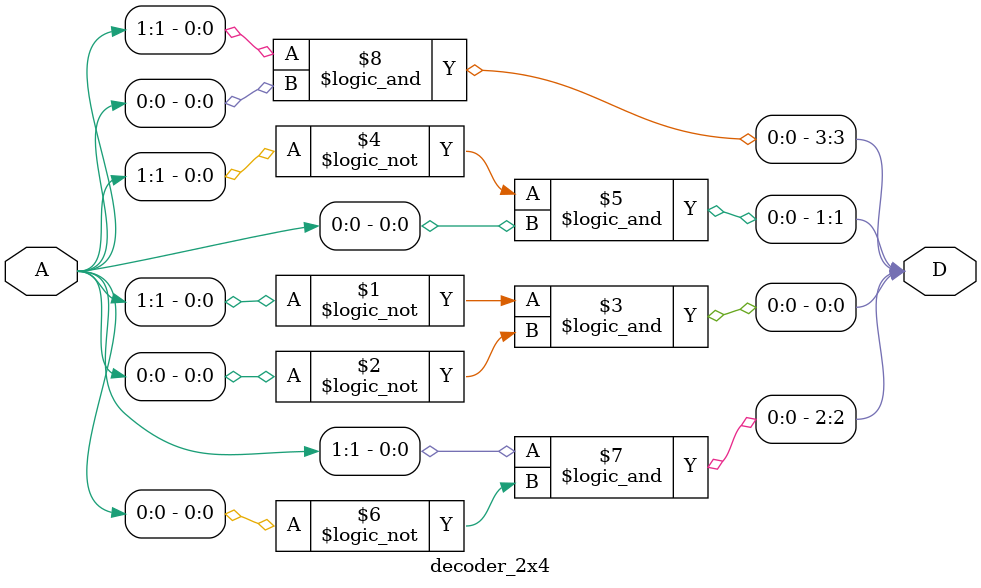
<source format=v>
`timescale 1ns / 1ps


module decoder_2x4(
    input[1:0] A,
    output[3:0] D
    );
    assign D[0] = !A[1] && !A[0];
    assign D[1] = !A[1] && A[0]; 
    assign D[2] = A[1] && !A[0];
    assign D[3] = A[1] && A[0];
endmodule

</source>
